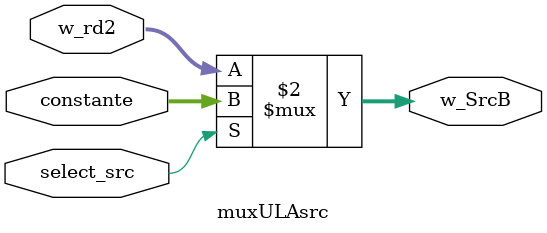
<source format=sv>
`timescale 1ns/1ps

module muxULAsrc(
    input logic select_src,
    input logic [7:0] w_rd2, constante,
    output logic [7:0] w_SrcB
);

always_comb 
begin
    w_SrcB = select_src ? constante : w_rd2;
end


endmodule
</source>
